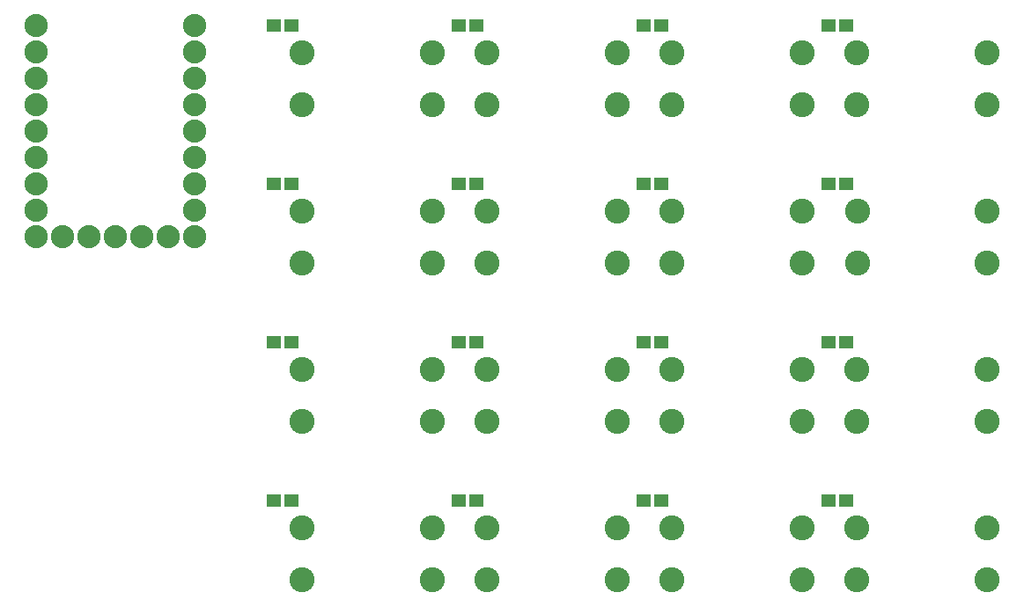
<source format=gts>
G04 MADE WITH FRITZING*
G04 WWW.FRITZING.ORG*
G04 DOUBLE SIDED*
G04 HOLES PLATED*
G04 CONTOUR ON CENTER OF CONTOUR VECTOR*
%ASAXBY*%
%FSLAX23Y23*%
%MOIN*%
%OFA0B0*%
%SFA1.0B1.0*%
%ADD10C,0.088000*%
%ADD11C,0.095000*%
%ADD12R,0.053307X0.049370*%
%LNMASK1*%
G90*
G70*
G54D10*
X141Y2298D03*
X141Y2198D03*
X141Y2098D03*
X141Y1998D03*
X141Y1898D03*
X141Y1798D03*
X141Y1698D03*
X141Y1598D03*
X141Y1498D03*
X241Y1498D03*
X341Y1498D03*
X441Y1498D03*
X541Y1498D03*
X641Y1498D03*
X741Y1498D03*
X741Y1598D03*
X741Y1698D03*
X741Y1798D03*
X741Y1898D03*
X741Y1998D03*
X740Y2098D03*
X741Y2198D03*
X741Y2298D03*
G54D11*
X3249Y395D03*
X3249Y198D03*
X3741Y198D03*
X3741Y395D03*
X3249Y395D03*
X3249Y198D03*
X3741Y198D03*
X3741Y395D03*
X2549Y395D03*
X2549Y198D03*
X3041Y198D03*
X3041Y395D03*
X2549Y395D03*
X2549Y198D03*
X3041Y198D03*
X3041Y395D03*
X1849Y395D03*
X1849Y198D03*
X2341Y198D03*
X2341Y395D03*
X1849Y395D03*
X1849Y198D03*
X2341Y198D03*
X2341Y395D03*
X1149Y395D03*
X1149Y198D03*
X1641Y198D03*
X1641Y395D03*
X1149Y395D03*
X1149Y198D03*
X1641Y198D03*
X1641Y395D03*
X3249Y995D03*
X3249Y798D03*
X3741Y798D03*
X3741Y995D03*
X3249Y995D03*
X3249Y798D03*
X3741Y798D03*
X3741Y995D03*
X2549Y995D03*
X2549Y798D03*
X3041Y798D03*
X3041Y995D03*
X2549Y995D03*
X2549Y798D03*
X3041Y798D03*
X3041Y995D03*
X1849Y995D03*
X1849Y798D03*
X2341Y798D03*
X2341Y995D03*
X1849Y995D03*
X1849Y798D03*
X2341Y798D03*
X2341Y995D03*
X1149Y995D03*
X1149Y798D03*
X1641Y798D03*
X1641Y995D03*
X1149Y995D03*
X1149Y798D03*
X1641Y798D03*
X1641Y995D03*
X3250Y1595D03*
X3250Y1398D03*
X3742Y1398D03*
X3742Y1595D03*
X3250Y1595D03*
X3250Y1398D03*
X3742Y1398D03*
X3742Y1595D03*
X2549Y1595D03*
X2549Y1398D03*
X3041Y1398D03*
X3041Y1595D03*
X2549Y1595D03*
X2549Y1398D03*
X3041Y1398D03*
X3041Y1595D03*
X1849Y1595D03*
X1849Y1398D03*
X2341Y1398D03*
X2341Y1595D03*
X1849Y1595D03*
X1849Y1398D03*
X2341Y1398D03*
X2341Y1595D03*
X1149Y1595D03*
X1149Y1398D03*
X1641Y1398D03*
X1641Y1595D03*
X1149Y1595D03*
X1149Y1398D03*
X1641Y1398D03*
X1641Y1595D03*
X3249Y2195D03*
X3249Y1998D03*
X3741Y1998D03*
X3741Y2195D03*
X3249Y2195D03*
X3249Y1998D03*
X3741Y1998D03*
X3741Y2195D03*
X2549Y2195D03*
X2549Y1998D03*
X3041Y1998D03*
X3041Y2195D03*
X2549Y2195D03*
X2549Y1998D03*
X3041Y1998D03*
X3041Y2195D03*
X1849Y2195D03*
X1849Y1998D03*
X2341Y1998D03*
X2341Y2195D03*
X1849Y2195D03*
X1849Y1998D03*
X2341Y1998D03*
X2341Y2195D03*
X1149Y2195D03*
X1149Y1998D03*
X1641Y1998D03*
X1641Y2195D03*
X1149Y2195D03*
X1149Y1998D03*
X1641Y1998D03*
X1641Y2195D03*
G54D12*
X3141Y1098D03*
X3208Y1098D03*
X3141Y498D03*
X3208Y498D03*
X2441Y498D03*
X2508Y498D03*
X1741Y498D03*
X1808Y498D03*
X1041Y498D03*
X1108Y498D03*
X2441Y1098D03*
X2508Y1098D03*
X1741Y1098D03*
X1808Y1098D03*
X1041Y1098D03*
X1108Y1098D03*
X3141Y1698D03*
X3208Y1698D03*
X2441Y1698D03*
X2508Y1698D03*
X1741Y1698D03*
X1808Y1698D03*
X1041Y1698D03*
X1108Y1698D03*
X3141Y2298D03*
X3208Y2298D03*
X2441Y2298D03*
X2508Y2298D03*
X1741Y2298D03*
X1808Y2298D03*
X1041Y2298D03*
X1108Y2298D03*
G04 End of Mask1*
M02*
</source>
